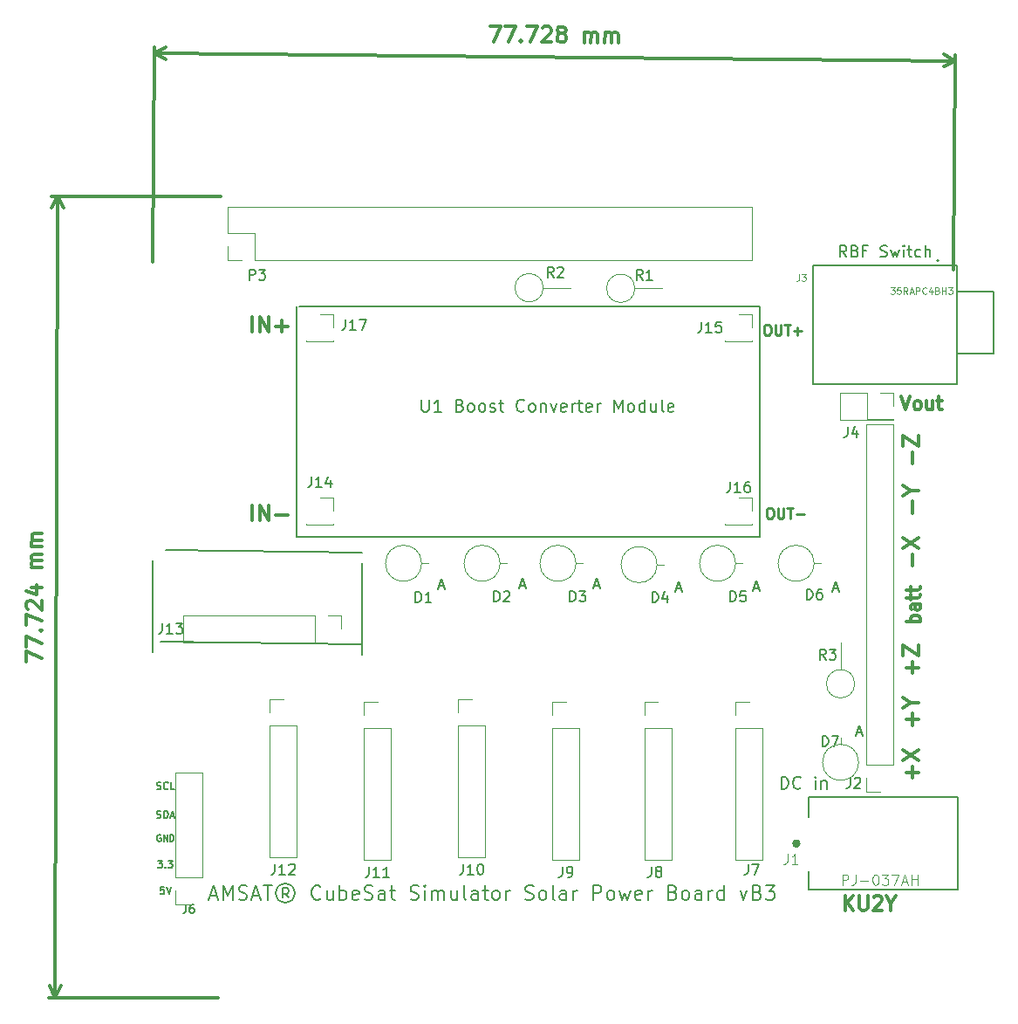
<source format=gto>
G04 #@! TF.GenerationSoftware,KiCad,Pcbnew,(5.0.1)-4*
G04 #@! TF.CreationDate,2019-03-02T10:25:11-05:00*
G04 #@! TF.ProjectId,cubesatsim_solar,6375626573617473696D5F736F6C6172,B2.0*
G04 #@! TF.SameCoordinates,Original*
G04 #@! TF.FileFunction,Legend,Top*
G04 #@! TF.FilePolarity,Positive*
%FSLAX46Y46*%
G04 Gerber Fmt 4.6, Leading zero omitted, Abs format (unit mm)*
G04 Created by KiCad (PCBNEW (5.0.1)-4) date 3/2/2019 10:25:11 AM*
%MOMM*%
%LPD*%
G01*
G04 APERTURE LIST*
%ADD10C,0.200000*%
%ADD11C,0.300000*%
%ADD12C,0.150000*%
%ADD13C,0.250000*%
%ADD14C,0.175000*%
%ADD15C,0.120000*%
%ADD16C,0.127000*%
%ADD17C,0.400000*%
%ADD18C,0.050000*%
G04 APERTURE END LIST*
D10*
X104674000Y-106526000D02*
X104674000Y-115416000D01*
X124994000Y-105764000D02*
X105944000Y-105510000D01*
X124994000Y-115670000D02*
X124994000Y-106780000D01*
X105436000Y-114400000D02*
X124994000Y-114654000D01*
X165720000Y-128658857D02*
X165720000Y-127458857D01*
X166005714Y-127458857D01*
X166177142Y-127516000D01*
X166291428Y-127630285D01*
X166348571Y-127744571D01*
X166405714Y-127973142D01*
X166405714Y-128144571D01*
X166348571Y-128373142D01*
X166291428Y-128487428D01*
X166177142Y-128601714D01*
X166005714Y-128658857D01*
X165720000Y-128658857D01*
X167605714Y-128544571D02*
X167548571Y-128601714D01*
X167377142Y-128658857D01*
X167262857Y-128658857D01*
X167091428Y-128601714D01*
X166977142Y-128487428D01*
X166920000Y-128373142D01*
X166862857Y-128144571D01*
X166862857Y-127973142D01*
X166920000Y-127744571D01*
X166977142Y-127630285D01*
X167091428Y-127516000D01*
X167262857Y-127458857D01*
X167377142Y-127458857D01*
X167548571Y-127516000D01*
X167605714Y-127573142D01*
X169034285Y-128658857D02*
X169034285Y-127858857D01*
X169034285Y-127458857D02*
X168977142Y-127516000D01*
X169034285Y-127573142D01*
X169091428Y-127516000D01*
X169034285Y-127458857D01*
X169034285Y-127573142D01*
X169605714Y-127858857D02*
X169605714Y-128658857D01*
X169605714Y-127973142D02*
X169662857Y-127916000D01*
X169777142Y-127858857D01*
X169948571Y-127858857D01*
X170062857Y-127916000D01*
X170120000Y-128030285D01*
X170120000Y-128658857D01*
X172048761Y-77051619D02*
X171682095Y-76527809D01*
X171420190Y-77051619D02*
X171420190Y-75951619D01*
X171839238Y-75951619D01*
X171944000Y-76004000D01*
X171996380Y-76056380D01*
X172048761Y-76161142D01*
X172048761Y-76318285D01*
X171996380Y-76423047D01*
X171944000Y-76475428D01*
X171839238Y-76527809D01*
X171420190Y-76527809D01*
X172886857Y-76475428D02*
X173044000Y-76527809D01*
X173096380Y-76580190D01*
X173148761Y-76684952D01*
X173148761Y-76842095D01*
X173096380Y-76946857D01*
X173044000Y-76999238D01*
X172939238Y-77051619D01*
X172520190Y-77051619D01*
X172520190Y-75951619D01*
X172886857Y-75951619D01*
X172991619Y-76004000D01*
X173044000Y-76056380D01*
X173096380Y-76161142D01*
X173096380Y-76265904D01*
X173044000Y-76370666D01*
X172991619Y-76423047D01*
X172886857Y-76475428D01*
X172520190Y-76475428D01*
X173986857Y-76475428D02*
X173620190Y-76475428D01*
X173620190Y-77051619D02*
X173620190Y-75951619D01*
X174144000Y-75951619D01*
X175348761Y-76999238D02*
X175505904Y-77051619D01*
X175767809Y-77051619D01*
X175872571Y-76999238D01*
X175924952Y-76946857D01*
X175977333Y-76842095D01*
X175977333Y-76737333D01*
X175924952Y-76632571D01*
X175872571Y-76580190D01*
X175767809Y-76527809D01*
X175558285Y-76475428D01*
X175453523Y-76423047D01*
X175401142Y-76370666D01*
X175348761Y-76265904D01*
X175348761Y-76161142D01*
X175401142Y-76056380D01*
X175453523Y-76004000D01*
X175558285Y-75951619D01*
X175820190Y-75951619D01*
X175977333Y-76004000D01*
X176344000Y-76318285D02*
X176553523Y-77051619D01*
X176763047Y-76527809D01*
X176972571Y-77051619D01*
X177182095Y-76318285D01*
X177601142Y-77051619D02*
X177601142Y-76318285D01*
X177601142Y-75951619D02*
X177548761Y-76004000D01*
X177601142Y-76056380D01*
X177653523Y-76004000D01*
X177601142Y-75951619D01*
X177601142Y-76056380D01*
X177967809Y-76318285D02*
X178386857Y-76318285D01*
X178124952Y-75951619D02*
X178124952Y-76894476D01*
X178177333Y-76999238D01*
X178282095Y-77051619D01*
X178386857Y-77051619D01*
X179224952Y-76999238D02*
X179120190Y-77051619D01*
X178910666Y-77051619D01*
X178805904Y-76999238D01*
X178753523Y-76946857D01*
X178701142Y-76842095D01*
X178701142Y-76527809D01*
X178753523Y-76423047D01*
X178805904Y-76370666D01*
X178910666Y-76318285D01*
X179120190Y-76318285D01*
X179224952Y-76370666D01*
X179696380Y-77051619D02*
X179696380Y-75951619D01*
X180167809Y-77051619D02*
X180167809Y-76475428D01*
X180115428Y-76370666D01*
X180010666Y-76318285D01*
X179853523Y-76318285D01*
X179748761Y-76370666D01*
X179696380Y-76423047D01*
D11*
X114389714Y-102632571D02*
X114389714Y-101132571D01*
X115104000Y-102632571D02*
X115104000Y-101132571D01*
X115961142Y-102632571D01*
X115961142Y-101132571D01*
X116675428Y-102061142D02*
X117818285Y-102061142D01*
D12*
X105486857Y-133150000D02*
X105429714Y-133121428D01*
X105344000Y-133121428D01*
X105258285Y-133150000D01*
X105201142Y-133207142D01*
X105172571Y-133264285D01*
X105144000Y-133378571D01*
X105144000Y-133464285D01*
X105172571Y-133578571D01*
X105201142Y-133635714D01*
X105258285Y-133692857D01*
X105344000Y-133721428D01*
X105401142Y-133721428D01*
X105486857Y-133692857D01*
X105515428Y-133664285D01*
X105515428Y-133464285D01*
X105401142Y-133464285D01*
X105772571Y-133721428D02*
X105772571Y-133121428D01*
X106115428Y-133721428D01*
X106115428Y-133121428D01*
X106401142Y-133721428D02*
X106401142Y-133121428D01*
X106544000Y-133121428D01*
X106629714Y-133150000D01*
X106686857Y-133207142D01*
X106715428Y-133264285D01*
X106744000Y-133378571D01*
X106744000Y-133464285D01*
X106715428Y-133578571D01*
X106686857Y-133635714D01*
X106629714Y-133692857D01*
X106544000Y-133721428D01*
X106401142Y-133721428D01*
D13*
X164268952Y-83626380D02*
X164459428Y-83626380D01*
X164554666Y-83674000D01*
X164649904Y-83769238D01*
X164697523Y-83959714D01*
X164697523Y-84293047D01*
X164649904Y-84483523D01*
X164554666Y-84578761D01*
X164459428Y-84626380D01*
X164268952Y-84626380D01*
X164173714Y-84578761D01*
X164078476Y-84483523D01*
X164030857Y-84293047D01*
X164030857Y-83959714D01*
X164078476Y-83769238D01*
X164173714Y-83674000D01*
X164268952Y-83626380D01*
X165126095Y-83626380D02*
X165126095Y-84435904D01*
X165173714Y-84531142D01*
X165221333Y-84578761D01*
X165316571Y-84626380D01*
X165507047Y-84626380D01*
X165602285Y-84578761D01*
X165649904Y-84531142D01*
X165697523Y-84435904D01*
X165697523Y-83626380D01*
X166030857Y-83626380D02*
X166602285Y-83626380D01*
X166316571Y-84626380D02*
X166316571Y-83626380D01*
X166935619Y-84245428D02*
X167697523Y-84245428D01*
X167316571Y-84626380D02*
X167316571Y-83864476D01*
X164522952Y-101406380D02*
X164713428Y-101406380D01*
X164808666Y-101454000D01*
X164903904Y-101549238D01*
X164951523Y-101739714D01*
X164951523Y-102073047D01*
X164903904Y-102263523D01*
X164808666Y-102358761D01*
X164713428Y-102406380D01*
X164522952Y-102406380D01*
X164427714Y-102358761D01*
X164332476Y-102263523D01*
X164284857Y-102073047D01*
X164284857Y-101739714D01*
X164332476Y-101549238D01*
X164427714Y-101454000D01*
X164522952Y-101406380D01*
X165380095Y-101406380D02*
X165380095Y-102215904D01*
X165427714Y-102311142D01*
X165475333Y-102358761D01*
X165570571Y-102406380D01*
X165761047Y-102406380D01*
X165856285Y-102358761D01*
X165903904Y-102311142D01*
X165951523Y-102215904D01*
X165951523Y-101406380D01*
X166284857Y-101406380D02*
X166856285Y-101406380D01*
X166570571Y-102406380D02*
X166570571Y-101406380D01*
X167189619Y-102025428D02*
X167951523Y-102025428D01*
D11*
X114389714Y-84344571D02*
X114389714Y-82844571D01*
X115104000Y-84344571D02*
X115104000Y-82844571D01*
X115961142Y-84344571D01*
X115961142Y-82844571D01*
X116675428Y-83773142D02*
X117818285Y-83773142D01*
X117246857Y-84344571D02*
X117246857Y-83201714D01*
D12*
X105110666Y-128653333D02*
X105210666Y-128686666D01*
X105377333Y-128686666D01*
X105444000Y-128653333D01*
X105477333Y-128620000D01*
X105510666Y-128553333D01*
X105510666Y-128486666D01*
X105477333Y-128420000D01*
X105444000Y-128386666D01*
X105377333Y-128353333D01*
X105244000Y-128320000D01*
X105177333Y-128286666D01*
X105144000Y-128253333D01*
X105110666Y-128186666D01*
X105110666Y-128120000D01*
X105144000Y-128053333D01*
X105177333Y-128020000D01*
X105244000Y-127986666D01*
X105410666Y-127986666D01*
X105510666Y-128020000D01*
X106210666Y-128620000D02*
X106177333Y-128653333D01*
X106077333Y-128686666D01*
X106010666Y-128686666D01*
X105910666Y-128653333D01*
X105844000Y-128586666D01*
X105810666Y-128520000D01*
X105777333Y-128386666D01*
X105777333Y-128286666D01*
X105810666Y-128153333D01*
X105844000Y-128086666D01*
X105910666Y-128020000D01*
X106010666Y-127986666D01*
X106077333Y-127986666D01*
X106177333Y-128020000D01*
X106210666Y-128053333D01*
X106844000Y-128686666D02*
X106510666Y-128686666D01*
X106510666Y-127986666D01*
X105094000Y-131447333D02*
X105194000Y-131480666D01*
X105360666Y-131480666D01*
X105427333Y-131447333D01*
X105460666Y-131414000D01*
X105494000Y-131347333D01*
X105494000Y-131280666D01*
X105460666Y-131214000D01*
X105427333Y-131180666D01*
X105360666Y-131147333D01*
X105227333Y-131114000D01*
X105160666Y-131080666D01*
X105127333Y-131047333D01*
X105094000Y-130980666D01*
X105094000Y-130914000D01*
X105127333Y-130847333D01*
X105160666Y-130814000D01*
X105227333Y-130780666D01*
X105394000Y-130780666D01*
X105494000Y-130814000D01*
X105794000Y-131480666D02*
X105794000Y-130780666D01*
X105960666Y-130780666D01*
X106060666Y-130814000D01*
X106127333Y-130880666D01*
X106160666Y-130947333D01*
X106194000Y-131080666D01*
X106194000Y-131180666D01*
X106160666Y-131314000D01*
X106127333Y-131380666D01*
X106060666Y-131447333D01*
X105960666Y-131480666D01*
X105794000Y-131480666D01*
X106460666Y-131280666D02*
X106794000Y-131280666D01*
X106394000Y-131480666D02*
X106627333Y-130780666D01*
X106860666Y-131480666D01*
X105210666Y-135606666D02*
X105644000Y-135606666D01*
X105410666Y-135873333D01*
X105510666Y-135873333D01*
X105577333Y-135906666D01*
X105610666Y-135940000D01*
X105644000Y-136006666D01*
X105644000Y-136173333D01*
X105610666Y-136240000D01*
X105577333Y-136273333D01*
X105510666Y-136306666D01*
X105310666Y-136306666D01*
X105244000Y-136273333D01*
X105210666Y-136240000D01*
X105944000Y-136240000D02*
X105977333Y-136273333D01*
X105944000Y-136306666D01*
X105910666Y-136273333D01*
X105944000Y-136240000D01*
X105944000Y-136306666D01*
X106210666Y-135606666D02*
X106644000Y-135606666D01*
X106410666Y-135873333D01*
X106510666Y-135873333D01*
X106577333Y-135906666D01*
X106610666Y-135940000D01*
X106644000Y-136006666D01*
X106644000Y-136173333D01*
X106610666Y-136240000D01*
X106577333Y-136273333D01*
X106510666Y-136306666D01*
X106310666Y-136306666D01*
X106244000Y-136273333D01*
X106210666Y-136240000D01*
D14*
X105810666Y-138146666D02*
X105477333Y-138146666D01*
X105444000Y-138480000D01*
X105477333Y-138446666D01*
X105544000Y-138413333D01*
X105710666Y-138413333D01*
X105777333Y-138446666D01*
X105810666Y-138480000D01*
X105844000Y-138546666D01*
X105844000Y-138713333D01*
X105810666Y-138780000D01*
X105777333Y-138813333D01*
X105710666Y-138846666D01*
X105544000Y-138846666D01*
X105477333Y-138813333D01*
X105444000Y-138780000D01*
X106044000Y-138146666D02*
X106277333Y-138846666D01*
X106510666Y-138146666D01*
D11*
X177369047Y-90574095D02*
X177802380Y-91874095D01*
X178235714Y-90574095D01*
X178854761Y-91874095D02*
X178730952Y-91812190D01*
X178669047Y-91750285D01*
X178607142Y-91626476D01*
X178607142Y-91255047D01*
X178669047Y-91131238D01*
X178730952Y-91069333D01*
X178854761Y-91007428D01*
X179040476Y-91007428D01*
X179164285Y-91069333D01*
X179226190Y-91131238D01*
X179288095Y-91255047D01*
X179288095Y-91626476D01*
X179226190Y-91750285D01*
X179164285Y-91812190D01*
X179040476Y-91874095D01*
X178854761Y-91874095D01*
X180402380Y-91007428D02*
X180402380Y-91874095D01*
X179845238Y-91007428D02*
X179845238Y-91688380D01*
X179907142Y-91812190D01*
X180030952Y-91874095D01*
X180216666Y-91874095D01*
X180340476Y-91812190D01*
X180402380Y-91750285D01*
X180835714Y-91007428D02*
X181330952Y-91007428D01*
X181021428Y-90574095D02*
X181021428Y-91688380D01*
X181083333Y-91812190D01*
X181207142Y-91874095D01*
X181330952Y-91874095D01*
X178441142Y-97143714D02*
X178441142Y-96000857D01*
X177512571Y-95429428D02*
X177512571Y-94429428D01*
X179012571Y-95429428D01*
X179012571Y-94429428D01*
X178441142Y-101898285D02*
X178441142Y-100755428D01*
X178298285Y-99755428D02*
X179012571Y-99755428D01*
X177512571Y-100255428D02*
X178298285Y-99755428D01*
X177512571Y-99255428D01*
X178441142Y-107049714D02*
X178441142Y-105906857D01*
X177512571Y-105335428D02*
X179012571Y-104335428D01*
X177512571Y-104335428D02*
X179012571Y-105335428D01*
X179176095Y-112453523D02*
X177876095Y-112453523D01*
X178371333Y-112453523D02*
X178309428Y-112329714D01*
X178309428Y-112082095D01*
X178371333Y-111958285D01*
X178433238Y-111896380D01*
X178557047Y-111834476D01*
X178928476Y-111834476D01*
X179052285Y-111896380D01*
X179114190Y-111958285D01*
X179176095Y-112082095D01*
X179176095Y-112329714D01*
X179114190Y-112453523D01*
X179176095Y-110720190D02*
X178495142Y-110720190D01*
X178371333Y-110782095D01*
X178309428Y-110905904D01*
X178309428Y-111153523D01*
X178371333Y-111277333D01*
X179114190Y-110720190D02*
X179176095Y-110844000D01*
X179176095Y-111153523D01*
X179114190Y-111277333D01*
X178990380Y-111339238D01*
X178866571Y-111339238D01*
X178742761Y-111277333D01*
X178680857Y-111153523D01*
X178680857Y-110844000D01*
X178618952Y-110720190D01*
X178309428Y-110286857D02*
X178309428Y-109791619D01*
X177876095Y-110101142D02*
X178990380Y-110101142D01*
X179114190Y-110039238D01*
X179176095Y-109915428D01*
X179176095Y-109791619D01*
X178309428Y-109544000D02*
X178309428Y-109048761D01*
X177876095Y-109358285D02*
X178990380Y-109358285D01*
X179114190Y-109296380D01*
X179176095Y-109172571D01*
X179176095Y-109048761D01*
X178441142Y-117463714D02*
X178441142Y-116320857D01*
X179012571Y-116892285D02*
X177869714Y-116892285D01*
X177512571Y-115749428D02*
X177512571Y-114749428D01*
X179012571Y-115749428D01*
X179012571Y-114749428D01*
X178441142Y-122472285D02*
X178441142Y-121329428D01*
X179012571Y-121900857D02*
X177869714Y-121900857D01*
X178298285Y-120329428D02*
X179012571Y-120329428D01*
X177512571Y-120829428D02*
X178298285Y-120329428D01*
X177512571Y-119829428D01*
X178441142Y-127623714D02*
X178441142Y-126480857D01*
X179012571Y-127052285D02*
X177869714Y-127052285D01*
X177512571Y-125909428D02*
X179012571Y-124909428D01*
X177512571Y-124909428D02*
X179012571Y-125909428D01*
X171903333Y-140433333D02*
X171903333Y-139033333D01*
X172703333Y-140433333D02*
X172103333Y-139633333D01*
X172703333Y-139033333D02*
X171903333Y-139833333D01*
X173303333Y-139033333D02*
X173303333Y-140166666D01*
X173370000Y-140300000D01*
X173436666Y-140366666D01*
X173570000Y-140433333D01*
X173836666Y-140433333D01*
X173970000Y-140366666D01*
X174036666Y-140300000D01*
X174103333Y-140166666D01*
X174103333Y-139033333D01*
X174703333Y-139166666D02*
X174770000Y-139100000D01*
X174903333Y-139033333D01*
X175236666Y-139033333D01*
X175370000Y-139100000D01*
X175436666Y-139166666D01*
X175503333Y-139300000D01*
X175503333Y-139433333D01*
X175436666Y-139633333D01*
X174636666Y-140433333D01*
X175503333Y-140433333D01*
X176370000Y-139766666D02*
X176370000Y-140433333D01*
X175903333Y-139033333D02*
X176370000Y-139766666D01*
X176836666Y-139033333D01*
X92446272Y-116306621D02*
X92449540Y-115306626D01*
X93947431Y-115954382D01*
X92450940Y-114878057D02*
X92454208Y-113878062D01*
X93952100Y-114525818D01*
X93813211Y-113311072D02*
X93884873Y-113239877D01*
X93956068Y-113311539D01*
X93884406Y-113382734D01*
X93813211Y-113311072D01*
X93956068Y-113311539D01*
X92457943Y-112735211D02*
X92461211Y-111735217D01*
X93959102Y-112382972D01*
X92605701Y-111235686D02*
X92534507Y-111164025D01*
X92463545Y-111020935D01*
X92464712Y-110663794D01*
X92536608Y-110521171D01*
X92608269Y-110449976D01*
X92751359Y-110379015D01*
X92894215Y-110379482D01*
X93108266Y-110451610D01*
X93962604Y-111311549D01*
X93965638Y-110382983D01*
X92969845Y-109094008D02*
X93969840Y-109097276D01*
X92397253Y-109449281D02*
X93467508Y-109809923D01*
X93470543Y-108881357D01*
X93976142Y-107168714D02*
X92976148Y-107165446D01*
X93119004Y-107165913D02*
X93047809Y-107094252D01*
X92976848Y-106951162D01*
X92977548Y-106736877D01*
X93049443Y-106594254D01*
X93192533Y-106523293D01*
X93978243Y-106525861D01*
X93192533Y-106523293D02*
X93049910Y-106451398D01*
X92978949Y-106308308D01*
X92979649Y-106094024D01*
X93051544Y-105951401D01*
X93194634Y-105880439D01*
X93980344Y-105883007D01*
X93982678Y-105168725D02*
X92982684Y-105165457D01*
X93125540Y-105165924D02*
X93054345Y-105094262D01*
X92983384Y-104951173D01*
X92984084Y-104736888D01*
X93055979Y-104594265D01*
X93199069Y-104523304D01*
X93984779Y-104525871D01*
X93199069Y-104523304D02*
X93056446Y-104451409D01*
X92985485Y-104308319D01*
X92986185Y-104094034D01*
X93058080Y-103951411D01*
X93201170Y-103880450D01*
X93986880Y-103883018D01*
X95515227Y-71168488D02*
X95261227Y-148892488D01*
X111278000Y-71220000D02*
X94928810Y-71166571D01*
X111024000Y-148944000D02*
X94674810Y-148890571D01*
X95261227Y-148892488D02*
X94678491Y-147764074D01*
X95261227Y-148892488D02*
X95851326Y-147767907D01*
X95515227Y-71168488D02*
X94925128Y-72293069D01*
X95515227Y-71168488D02*
X96097963Y-72296902D01*
X137478228Y-54669963D02*
X138478180Y-54679766D01*
X137820649Y-56173392D01*
X138906731Y-54683968D02*
X139906683Y-54693771D01*
X139249151Y-56187397D01*
X140464779Y-56056451D02*
X140535504Y-56128576D01*
X140463379Y-56199301D01*
X140392654Y-56127176D01*
X140464779Y-56056451D01*
X140463379Y-56199301D01*
X141049485Y-54704975D02*
X142049437Y-54714778D01*
X141391906Y-56208404D01*
X142548012Y-54862530D02*
X142620138Y-54791806D01*
X142763688Y-54721781D01*
X143120814Y-54725282D01*
X143262964Y-54798108D01*
X143333689Y-54870233D01*
X143403714Y-55013784D01*
X143402313Y-55156634D01*
X143328787Y-55370209D01*
X142463283Y-56218908D01*
X143391809Y-56228011D01*
X144257314Y-55379312D02*
X144115164Y-55306487D01*
X144044439Y-55234361D01*
X143974415Y-55090811D01*
X143975115Y-55019386D01*
X144047940Y-54877236D01*
X144120066Y-54806511D01*
X144263616Y-54736486D01*
X144549317Y-54739287D01*
X144691467Y-54812113D01*
X144762192Y-54884238D01*
X144832216Y-55027789D01*
X144831516Y-55099214D01*
X144758691Y-55241364D01*
X144686565Y-55312089D01*
X144543015Y-55382113D01*
X144257314Y-55379312D01*
X144113764Y-55449337D01*
X144041638Y-55520062D01*
X143968813Y-55662212D01*
X143966012Y-55947913D01*
X144036036Y-56091463D01*
X144106761Y-56163588D01*
X144248911Y-56236414D01*
X144534612Y-56239215D01*
X144678162Y-56169190D01*
X144750288Y-56098465D01*
X144823113Y-55956315D01*
X144825914Y-55670615D01*
X144755890Y-55527064D01*
X144685165Y-55454939D01*
X144543015Y-55382113D01*
X146605941Y-56259522D02*
X146615744Y-55259570D01*
X146614344Y-55402421D02*
X146686469Y-55331696D01*
X146830020Y-55261671D01*
X147044295Y-55263772D01*
X147186445Y-55336597D01*
X147256470Y-55480148D01*
X147248767Y-56265824D01*
X147256470Y-55480148D02*
X147329295Y-55337998D01*
X147472846Y-55267973D01*
X147687121Y-55270074D01*
X147829271Y-55342900D01*
X147899296Y-55486450D01*
X147891593Y-56272127D01*
X148605845Y-56279129D02*
X148615648Y-55279177D01*
X148614248Y-55422027D02*
X148686373Y-55351303D01*
X148829923Y-55281278D01*
X149044199Y-55283379D01*
X149186349Y-55356204D01*
X149256374Y-55499755D01*
X149248671Y-56285431D01*
X149256374Y-55499755D02*
X149329199Y-55357605D01*
X149472750Y-55287580D01*
X149687025Y-55289681D01*
X149829175Y-55362506D01*
X149899200Y-55506057D01*
X149891497Y-56291734D01*
X104873001Y-57271873D02*
X182597001Y-58033873D01*
X104674000Y-77570000D02*
X104878750Y-56685481D01*
X182398000Y-78332000D02*
X182602750Y-57447481D01*
X182597001Y-58033873D02*
X181464802Y-58609222D01*
X182597001Y-58033873D02*
X181476300Y-57436437D01*
X104873001Y-57271873D02*
X105993702Y-57869309D01*
X104873001Y-57271873D02*
X106005200Y-56696524D01*
D10*
X110268666Y-139017333D02*
X110935333Y-139017333D01*
X110135333Y-139417333D02*
X110602000Y-138017333D01*
X111068666Y-139417333D01*
X111535333Y-139417333D02*
X111535333Y-138017333D01*
X112002000Y-139017333D01*
X112468666Y-138017333D01*
X112468666Y-139417333D01*
X113068666Y-139350666D02*
X113268666Y-139417333D01*
X113602000Y-139417333D01*
X113735333Y-139350666D01*
X113802000Y-139284000D01*
X113868666Y-139150666D01*
X113868666Y-139017333D01*
X113802000Y-138884000D01*
X113735333Y-138817333D01*
X113602000Y-138750666D01*
X113335333Y-138684000D01*
X113202000Y-138617333D01*
X113135333Y-138550666D01*
X113068666Y-138417333D01*
X113068666Y-138284000D01*
X113135333Y-138150666D01*
X113202000Y-138084000D01*
X113335333Y-138017333D01*
X113668666Y-138017333D01*
X113868666Y-138084000D01*
X114402000Y-139017333D02*
X115068666Y-139017333D01*
X114268666Y-139417333D02*
X114735333Y-138017333D01*
X115202000Y-139417333D01*
X115468666Y-138017333D02*
X116268666Y-138017333D01*
X115868666Y-139417333D02*
X115868666Y-138017333D01*
X117935333Y-139217333D02*
X117602000Y-138817333D01*
X117335333Y-139217333D02*
X117335333Y-138284000D01*
X117735333Y-138284000D01*
X117868666Y-138350666D01*
X117935333Y-138484000D01*
X117935333Y-138617333D01*
X117868666Y-138750666D01*
X117735333Y-138817333D01*
X117335333Y-138817333D01*
X117602000Y-137817333D02*
X117268666Y-137884000D01*
X116935333Y-138084000D01*
X116735333Y-138417333D01*
X116668666Y-138750666D01*
X116735333Y-139084000D01*
X116935333Y-139417333D01*
X117268666Y-139617333D01*
X117602000Y-139684000D01*
X117935333Y-139617333D01*
X118268666Y-139417333D01*
X118468666Y-139084000D01*
X118535333Y-138750666D01*
X118468666Y-138417333D01*
X118268666Y-138084000D01*
X117935333Y-137884000D01*
X117602000Y-137817333D01*
X121002000Y-139284000D02*
X120935333Y-139350666D01*
X120735333Y-139417333D01*
X120602000Y-139417333D01*
X120402000Y-139350666D01*
X120268666Y-139217333D01*
X120202000Y-139084000D01*
X120135333Y-138817333D01*
X120135333Y-138617333D01*
X120202000Y-138350666D01*
X120268666Y-138217333D01*
X120402000Y-138084000D01*
X120602000Y-138017333D01*
X120735333Y-138017333D01*
X120935333Y-138084000D01*
X121002000Y-138150666D01*
X122202000Y-138484000D02*
X122202000Y-139417333D01*
X121602000Y-138484000D02*
X121602000Y-139217333D01*
X121668666Y-139350666D01*
X121802000Y-139417333D01*
X122002000Y-139417333D01*
X122135333Y-139350666D01*
X122202000Y-139284000D01*
X122868666Y-139417333D02*
X122868666Y-138017333D01*
X122868666Y-138550666D02*
X123002000Y-138484000D01*
X123268666Y-138484000D01*
X123402000Y-138550666D01*
X123468666Y-138617333D01*
X123535333Y-138750666D01*
X123535333Y-139150666D01*
X123468666Y-139284000D01*
X123402000Y-139350666D01*
X123268666Y-139417333D01*
X123002000Y-139417333D01*
X122868666Y-139350666D01*
X124668666Y-139350666D02*
X124535333Y-139417333D01*
X124268666Y-139417333D01*
X124135333Y-139350666D01*
X124068666Y-139217333D01*
X124068666Y-138684000D01*
X124135333Y-138550666D01*
X124268666Y-138484000D01*
X124535333Y-138484000D01*
X124668666Y-138550666D01*
X124735333Y-138684000D01*
X124735333Y-138817333D01*
X124068666Y-138950666D01*
X125268666Y-139350666D02*
X125468666Y-139417333D01*
X125802000Y-139417333D01*
X125935333Y-139350666D01*
X126002000Y-139284000D01*
X126068666Y-139150666D01*
X126068666Y-139017333D01*
X126002000Y-138884000D01*
X125935333Y-138817333D01*
X125802000Y-138750666D01*
X125535333Y-138684000D01*
X125402000Y-138617333D01*
X125335333Y-138550666D01*
X125268666Y-138417333D01*
X125268666Y-138284000D01*
X125335333Y-138150666D01*
X125402000Y-138084000D01*
X125535333Y-138017333D01*
X125868666Y-138017333D01*
X126068666Y-138084000D01*
X127268666Y-139417333D02*
X127268666Y-138684000D01*
X127202000Y-138550666D01*
X127068666Y-138484000D01*
X126802000Y-138484000D01*
X126668666Y-138550666D01*
X127268666Y-139350666D02*
X127135333Y-139417333D01*
X126802000Y-139417333D01*
X126668666Y-139350666D01*
X126602000Y-139217333D01*
X126602000Y-139084000D01*
X126668666Y-138950666D01*
X126802000Y-138884000D01*
X127135333Y-138884000D01*
X127268666Y-138817333D01*
X127735333Y-138484000D02*
X128268666Y-138484000D01*
X127935333Y-138017333D02*
X127935333Y-139217333D01*
X128002000Y-139350666D01*
X128135333Y-139417333D01*
X128268666Y-139417333D01*
X129735333Y-139350666D02*
X129935333Y-139417333D01*
X130268666Y-139417333D01*
X130402000Y-139350666D01*
X130468666Y-139284000D01*
X130535333Y-139150666D01*
X130535333Y-139017333D01*
X130468666Y-138884000D01*
X130402000Y-138817333D01*
X130268666Y-138750666D01*
X130002000Y-138684000D01*
X129868666Y-138617333D01*
X129802000Y-138550666D01*
X129735333Y-138417333D01*
X129735333Y-138284000D01*
X129802000Y-138150666D01*
X129868666Y-138084000D01*
X130002000Y-138017333D01*
X130335333Y-138017333D01*
X130535333Y-138084000D01*
X131135333Y-139417333D02*
X131135333Y-138484000D01*
X131135333Y-138017333D02*
X131068666Y-138084000D01*
X131135333Y-138150666D01*
X131202000Y-138084000D01*
X131135333Y-138017333D01*
X131135333Y-138150666D01*
X131802000Y-139417333D02*
X131802000Y-138484000D01*
X131802000Y-138617333D02*
X131868666Y-138550666D01*
X132002000Y-138484000D01*
X132202000Y-138484000D01*
X132335333Y-138550666D01*
X132402000Y-138684000D01*
X132402000Y-139417333D01*
X132402000Y-138684000D02*
X132468666Y-138550666D01*
X132602000Y-138484000D01*
X132802000Y-138484000D01*
X132935333Y-138550666D01*
X133002000Y-138684000D01*
X133002000Y-139417333D01*
X134268666Y-138484000D02*
X134268666Y-139417333D01*
X133668666Y-138484000D02*
X133668666Y-139217333D01*
X133735333Y-139350666D01*
X133868666Y-139417333D01*
X134068666Y-139417333D01*
X134202000Y-139350666D01*
X134268666Y-139284000D01*
X135135333Y-139417333D02*
X135002000Y-139350666D01*
X134935333Y-139217333D01*
X134935333Y-138017333D01*
X136268666Y-139417333D02*
X136268666Y-138684000D01*
X136202000Y-138550666D01*
X136068666Y-138484000D01*
X135802000Y-138484000D01*
X135668666Y-138550666D01*
X136268666Y-139350666D02*
X136135333Y-139417333D01*
X135802000Y-139417333D01*
X135668666Y-139350666D01*
X135602000Y-139217333D01*
X135602000Y-139084000D01*
X135668666Y-138950666D01*
X135802000Y-138884000D01*
X136135333Y-138884000D01*
X136268666Y-138817333D01*
X136735333Y-138484000D02*
X137268666Y-138484000D01*
X136935333Y-138017333D02*
X136935333Y-139217333D01*
X137002000Y-139350666D01*
X137135333Y-139417333D01*
X137268666Y-139417333D01*
X137935333Y-139417333D02*
X137802000Y-139350666D01*
X137735333Y-139284000D01*
X137668666Y-139150666D01*
X137668666Y-138750666D01*
X137735333Y-138617333D01*
X137802000Y-138550666D01*
X137935333Y-138484000D01*
X138135333Y-138484000D01*
X138268666Y-138550666D01*
X138335333Y-138617333D01*
X138402000Y-138750666D01*
X138402000Y-139150666D01*
X138335333Y-139284000D01*
X138268666Y-139350666D01*
X138135333Y-139417333D01*
X137935333Y-139417333D01*
X139002000Y-139417333D02*
X139002000Y-138484000D01*
X139002000Y-138750666D02*
X139068666Y-138617333D01*
X139135333Y-138550666D01*
X139268666Y-138484000D01*
X139402000Y-138484000D01*
X140868666Y-139350666D02*
X141068666Y-139417333D01*
X141402000Y-139417333D01*
X141535333Y-139350666D01*
X141602000Y-139284000D01*
X141668666Y-139150666D01*
X141668666Y-139017333D01*
X141602000Y-138884000D01*
X141535333Y-138817333D01*
X141402000Y-138750666D01*
X141135333Y-138684000D01*
X141002000Y-138617333D01*
X140935333Y-138550666D01*
X140868666Y-138417333D01*
X140868666Y-138284000D01*
X140935333Y-138150666D01*
X141002000Y-138084000D01*
X141135333Y-138017333D01*
X141468666Y-138017333D01*
X141668666Y-138084000D01*
X142468666Y-139417333D02*
X142335333Y-139350666D01*
X142268666Y-139284000D01*
X142202000Y-139150666D01*
X142202000Y-138750666D01*
X142268666Y-138617333D01*
X142335333Y-138550666D01*
X142468666Y-138484000D01*
X142668666Y-138484000D01*
X142802000Y-138550666D01*
X142868666Y-138617333D01*
X142935333Y-138750666D01*
X142935333Y-139150666D01*
X142868666Y-139284000D01*
X142802000Y-139350666D01*
X142668666Y-139417333D01*
X142468666Y-139417333D01*
X143735333Y-139417333D02*
X143602000Y-139350666D01*
X143535333Y-139217333D01*
X143535333Y-138017333D01*
X144868666Y-139417333D02*
X144868666Y-138684000D01*
X144802000Y-138550666D01*
X144668666Y-138484000D01*
X144402000Y-138484000D01*
X144268666Y-138550666D01*
X144868666Y-139350666D02*
X144735333Y-139417333D01*
X144402000Y-139417333D01*
X144268666Y-139350666D01*
X144202000Y-139217333D01*
X144202000Y-139084000D01*
X144268666Y-138950666D01*
X144402000Y-138884000D01*
X144735333Y-138884000D01*
X144868666Y-138817333D01*
X145535333Y-139417333D02*
X145535333Y-138484000D01*
X145535333Y-138750666D02*
X145602000Y-138617333D01*
X145668666Y-138550666D01*
X145802000Y-138484000D01*
X145935333Y-138484000D01*
X147468666Y-139417333D02*
X147468666Y-138017333D01*
X148002000Y-138017333D01*
X148135333Y-138084000D01*
X148202000Y-138150666D01*
X148268666Y-138284000D01*
X148268666Y-138484000D01*
X148202000Y-138617333D01*
X148135333Y-138684000D01*
X148002000Y-138750666D01*
X147468666Y-138750666D01*
X149068666Y-139417333D02*
X148935333Y-139350666D01*
X148868666Y-139284000D01*
X148802000Y-139150666D01*
X148802000Y-138750666D01*
X148868666Y-138617333D01*
X148935333Y-138550666D01*
X149068666Y-138484000D01*
X149268666Y-138484000D01*
X149402000Y-138550666D01*
X149468666Y-138617333D01*
X149535333Y-138750666D01*
X149535333Y-139150666D01*
X149468666Y-139284000D01*
X149402000Y-139350666D01*
X149268666Y-139417333D01*
X149068666Y-139417333D01*
X150002000Y-138484000D02*
X150268666Y-139417333D01*
X150535333Y-138750666D01*
X150802000Y-139417333D01*
X151068666Y-138484000D01*
X152135333Y-139350666D02*
X152002000Y-139417333D01*
X151735333Y-139417333D01*
X151602000Y-139350666D01*
X151535333Y-139217333D01*
X151535333Y-138684000D01*
X151602000Y-138550666D01*
X151735333Y-138484000D01*
X152002000Y-138484000D01*
X152135333Y-138550666D01*
X152202000Y-138684000D01*
X152202000Y-138817333D01*
X151535333Y-138950666D01*
X152802000Y-139417333D02*
X152802000Y-138484000D01*
X152802000Y-138750666D02*
X152868666Y-138617333D01*
X152935333Y-138550666D01*
X153068666Y-138484000D01*
X153202000Y-138484000D01*
X155202000Y-138684000D02*
X155402000Y-138750666D01*
X155468666Y-138817333D01*
X155535333Y-138950666D01*
X155535333Y-139150666D01*
X155468666Y-139284000D01*
X155402000Y-139350666D01*
X155268666Y-139417333D01*
X154735333Y-139417333D01*
X154735333Y-138017333D01*
X155202000Y-138017333D01*
X155335333Y-138084000D01*
X155402000Y-138150666D01*
X155468666Y-138284000D01*
X155468666Y-138417333D01*
X155402000Y-138550666D01*
X155335333Y-138617333D01*
X155202000Y-138684000D01*
X154735333Y-138684000D01*
X156335333Y-139417333D02*
X156202000Y-139350666D01*
X156135333Y-139284000D01*
X156068666Y-139150666D01*
X156068666Y-138750666D01*
X156135333Y-138617333D01*
X156202000Y-138550666D01*
X156335333Y-138484000D01*
X156535333Y-138484000D01*
X156668666Y-138550666D01*
X156735333Y-138617333D01*
X156802000Y-138750666D01*
X156802000Y-139150666D01*
X156735333Y-139284000D01*
X156668666Y-139350666D01*
X156535333Y-139417333D01*
X156335333Y-139417333D01*
X158002000Y-139417333D02*
X158002000Y-138684000D01*
X157935333Y-138550666D01*
X157802000Y-138484000D01*
X157535333Y-138484000D01*
X157402000Y-138550666D01*
X158002000Y-139350666D02*
X157868666Y-139417333D01*
X157535333Y-139417333D01*
X157402000Y-139350666D01*
X157335333Y-139217333D01*
X157335333Y-139084000D01*
X157402000Y-138950666D01*
X157535333Y-138884000D01*
X157868666Y-138884000D01*
X158002000Y-138817333D01*
X158668666Y-139417333D02*
X158668666Y-138484000D01*
X158668666Y-138750666D02*
X158735333Y-138617333D01*
X158802000Y-138550666D01*
X158935333Y-138484000D01*
X159068666Y-138484000D01*
X160135333Y-139417333D02*
X160135333Y-138017333D01*
X160135333Y-139350666D02*
X160002000Y-139417333D01*
X159735333Y-139417333D01*
X159602000Y-139350666D01*
X159535333Y-139284000D01*
X159468666Y-139150666D01*
X159468666Y-138750666D01*
X159535333Y-138617333D01*
X159602000Y-138550666D01*
X159735333Y-138484000D01*
X160002000Y-138484000D01*
X160135333Y-138550666D01*
X161735333Y-138484000D02*
X162068666Y-139417333D01*
X162401999Y-138484000D01*
X163401999Y-138684000D02*
X163601999Y-138750666D01*
X163668666Y-138817333D01*
X163735333Y-138950666D01*
X163735333Y-139150666D01*
X163668666Y-139284000D01*
X163601999Y-139350666D01*
X163468666Y-139417333D01*
X162935333Y-139417333D01*
X162935333Y-138017333D01*
X163401999Y-138017333D01*
X163535333Y-138084000D01*
X163601999Y-138150666D01*
X163668666Y-138284000D01*
X163668666Y-138417333D01*
X163601999Y-138550666D01*
X163535333Y-138617333D01*
X163401999Y-138684000D01*
X162935333Y-138684000D01*
X164201999Y-138017333D02*
X165068666Y-138017333D01*
X164601999Y-138550666D01*
X164801999Y-138550666D01*
X164935333Y-138617333D01*
X165001999Y-138684000D01*
X165068666Y-138817333D01*
X165068666Y-139150666D01*
X165001999Y-139284000D01*
X164935333Y-139350666D01*
X164801999Y-139417333D01*
X164401999Y-139417333D01*
X164268666Y-139350666D01*
X164201999Y-139284000D01*
X130828000Y-90882857D02*
X130828000Y-91854285D01*
X130885142Y-91968571D01*
X130942285Y-92025714D01*
X131056571Y-92082857D01*
X131285142Y-92082857D01*
X131399428Y-92025714D01*
X131456571Y-91968571D01*
X131513714Y-91854285D01*
X131513714Y-90882857D01*
X132713714Y-92082857D02*
X132028000Y-92082857D01*
X132370857Y-92082857D02*
X132370857Y-90882857D01*
X132256571Y-91054285D01*
X132142285Y-91168571D01*
X132028000Y-91225714D01*
X134542285Y-91454285D02*
X134713714Y-91511428D01*
X134770857Y-91568571D01*
X134828000Y-91682857D01*
X134828000Y-91854285D01*
X134770857Y-91968571D01*
X134713714Y-92025714D01*
X134599428Y-92082857D01*
X134142285Y-92082857D01*
X134142285Y-90882857D01*
X134542285Y-90882857D01*
X134656571Y-90940000D01*
X134713714Y-90997142D01*
X134770857Y-91111428D01*
X134770857Y-91225714D01*
X134713714Y-91340000D01*
X134656571Y-91397142D01*
X134542285Y-91454285D01*
X134142285Y-91454285D01*
X135513714Y-92082857D02*
X135399428Y-92025714D01*
X135342285Y-91968571D01*
X135285142Y-91854285D01*
X135285142Y-91511428D01*
X135342285Y-91397142D01*
X135399428Y-91340000D01*
X135513714Y-91282857D01*
X135685142Y-91282857D01*
X135799428Y-91340000D01*
X135856571Y-91397142D01*
X135913714Y-91511428D01*
X135913714Y-91854285D01*
X135856571Y-91968571D01*
X135799428Y-92025714D01*
X135685142Y-92082857D01*
X135513714Y-92082857D01*
X136599428Y-92082857D02*
X136485142Y-92025714D01*
X136428000Y-91968571D01*
X136370857Y-91854285D01*
X136370857Y-91511428D01*
X136428000Y-91397142D01*
X136485142Y-91340000D01*
X136599428Y-91282857D01*
X136770857Y-91282857D01*
X136885142Y-91340000D01*
X136942285Y-91397142D01*
X136999428Y-91511428D01*
X136999428Y-91854285D01*
X136942285Y-91968571D01*
X136885142Y-92025714D01*
X136770857Y-92082857D01*
X136599428Y-92082857D01*
X137456571Y-92025714D02*
X137570857Y-92082857D01*
X137799428Y-92082857D01*
X137913714Y-92025714D01*
X137970857Y-91911428D01*
X137970857Y-91854285D01*
X137913714Y-91740000D01*
X137799428Y-91682857D01*
X137628000Y-91682857D01*
X137513714Y-91625714D01*
X137456571Y-91511428D01*
X137456571Y-91454285D01*
X137513714Y-91340000D01*
X137628000Y-91282857D01*
X137799428Y-91282857D01*
X137913714Y-91340000D01*
X138313714Y-91282857D02*
X138770857Y-91282857D01*
X138485142Y-90882857D02*
X138485142Y-91911428D01*
X138542285Y-92025714D01*
X138656571Y-92082857D01*
X138770857Y-92082857D01*
X140770857Y-91968571D02*
X140713714Y-92025714D01*
X140542285Y-92082857D01*
X140428000Y-92082857D01*
X140256571Y-92025714D01*
X140142285Y-91911428D01*
X140085142Y-91797142D01*
X140028000Y-91568571D01*
X140028000Y-91397142D01*
X140085142Y-91168571D01*
X140142285Y-91054285D01*
X140256571Y-90940000D01*
X140428000Y-90882857D01*
X140542285Y-90882857D01*
X140713714Y-90940000D01*
X140770857Y-90997142D01*
X141456571Y-92082857D02*
X141342285Y-92025714D01*
X141285142Y-91968571D01*
X141228000Y-91854285D01*
X141228000Y-91511428D01*
X141285142Y-91397142D01*
X141342285Y-91340000D01*
X141456571Y-91282857D01*
X141628000Y-91282857D01*
X141742285Y-91340000D01*
X141799428Y-91397142D01*
X141856571Y-91511428D01*
X141856571Y-91854285D01*
X141799428Y-91968571D01*
X141742285Y-92025714D01*
X141628000Y-92082857D01*
X141456571Y-92082857D01*
X142370857Y-91282857D02*
X142370857Y-92082857D01*
X142370857Y-91397142D02*
X142428000Y-91340000D01*
X142542285Y-91282857D01*
X142713714Y-91282857D01*
X142828000Y-91340000D01*
X142885142Y-91454285D01*
X142885142Y-92082857D01*
X143342285Y-91282857D02*
X143628000Y-92082857D01*
X143913714Y-91282857D01*
X144828000Y-92025714D02*
X144713714Y-92082857D01*
X144485142Y-92082857D01*
X144370857Y-92025714D01*
X144313714Y-91911428D01*
X144313714Y-91454285D01*
X144370857Y-91340000D01*
X144485142Y-91282857D01*
X144713714Y-91282857D01*
X144828000Y-91340000D01*
X144885142Y-91454285D01*
X144885142Y-91568571D01*
X144313714Y-91682857D01*
X145399428Y-92082857D02*
X145399428Y-91282857D01*
X145399428Y-91511428D02*
X145456571Y-91397142D01*
X145513714Y-91340000D01*
X145628000Y-91282857D01*
X145742285Y-91282857D01*
X145970857Y-91282857D02*
X146428000Y-91282857D01*
X146142285Y-90882857D02*
X146142285Y-91911428D01*
X146199428Y-92025714D01*
X146313714Y-92082857D01*
X146428000Y-92082857D01*
X147285142Y-92025714D02*
X147170857Y-92082857D01*
X146942285Y-92082857D01*
X146828000Y-92025714D01*
X146770857Y-91911428D01*
X146770857Y-91454285D01*
X146828000Y-91340000D01*
X146942285Y-91282857D01*
X147170857Y-91282857D01*
X147285142Y-91340000D01*
X147342285Y-91454285D01*
X147342285Y-91568571D01*
X146770857Y-91682857D01*
X147856571Y-92082857D02*
X147856571Y-91282857D01*
X147856571Y-91511428D02*
X147913714Y-91397142D01*
X147970857Y-91340000D01*
X148085142Y-91282857D01*
X148199428Y-91282857D01*
X149513714Y-92082857D02*
X149513714Y-90882857D01*
X149913714Y-91740000D01*
X150313714Y-90882857D01*
X150313714Y-92082857D01*
X151056571Y-92082857D02*
X150942285Y-92025714D01*
X150885142Y-91968571D01*
X150828000Y-91854285D01*
X150828000Y-91511428D01*
X150885142Y-91397142D01*
X150942285Y-91340000D01*
X151056571Y-91282857D01*
X151228000Y-91282857D01*
X151342285Y-91340000D01*
X151399428Y-91397142D01*
X151456571Y-91511428D01*
X151456571Y-91854285D01*
X151399428Y-91968571D01*
X151342285Y-92025714D01*
X151228000Y-92082857D01*
X151056571Y-92082857D01*
X152485142Y-92082857D02*
X152485142Y-90882857D01*
X152485142Y-92025714D02*
X152370857Y-92082857D01*
X152142285Y-92082857D01*
X152028000Y-92025714D01*
X151970857Y-91968571D01*
X151913714Y-91854285D01*
X151913714Y-91511428D01*
X151970857Y-91397142D01*
X152028000Y-91340000D01*
X152142285Y-91282857D01*
X152370857Y-91282857D01*
X152485142Y-91340000D01*
X153570857Y-91282857D02*
X153570857Y-92082857D01*
X153056571Y-91282857D02*
X153056571Y-91911428D01*
X153113714Y-92025714D01*
X153228000Y-92082857D01*
X153399428Y-92082857D01*
X153513714Y-92025714D01*
X153570857Y-91968571D01*
X154313714Y-92082857D02*
X154199428Y-92025714D01*
X154142285Y-91911428D01*
X154142285Y-90882857D01*
X155228000Y-92025714D02*
X155113714Y-92082857D01*
X154885142Y-92082857D01*
X154770857Y-92025714D01*
X154713714Y-91911428D01*
X154713714Y-91454285D01*
X154770857Y-91340000D01*
X154885142Y-91282857D01*
X155113714Y-91282857D01*
X155228000Y-91340000D01*
X155285142Y-91454285D01*
X155285142Y-91568571D01*
X154713714Y-91682857D01*
X118644000Y-104240000D02*
X118644000Y-81888000D01*
X163602000Y-104240000D02*
X118644000Y-104240000D01*
X163602000Y-81888000D02*
X163602000Y-104240000D01*
X118898000Y-81888000D02*
X163602000Y-81888000D01*
D15*
G04 #@! TO.C,D7*
X173226635Y-126084000D02*
G75*
G03X173226635Y-126084000I-1750635J0D01*
G01*
X171476000Y-124333365D02*
X171476000Y-123674000D01*
G04 #@! TO.C,R3*
X172846000Y-118464000D02*
G75*
G03X172846000Y-118464000I-1370000J0D01*
G01*
X171476000Y-117094000D02*
X171476000Y-114484000D01*
G04 #@! TO.C,J13*
X107662000Y-111800000D02*
X107662000Y-114460000D01*
X120422000Y-111800000D02*
X107662000Y-111800000D01*
X120422000Y-114460000D02*
X107662000Y-114460000D01*
X120422000Y-111800000D02*
X120422000Y-114460000D01*
X121692000Y-111800000D02*
X123022000Y-111800000D01*
X123022000Y-111800000D02*
X123022000Y-113130000D01*
G04 #@! TO.C,J17*
X119600000Y-85250000D02*
X122260000Y-85250000D01*
X119600000Y-85130000D02*
X119600000Y-85250000D01*
X122260000Y-85130000D02*
X122260000Y-85250000D01*
X122260000Y-82590000D02*
X122260000Y-83920000D01*
X120930000Y-82590000D02*
X122260000Y-82590000D01*
G04 #@! TO.C,J2*
X176616000Y-126338000D02*
X173956000Y-126338000D01*
X176616000Y-126338000D02*
X176616000Y-93258000D01*
X176616000Y-93258000D02*
X173956000Y-93258000D01*
X173956000Y-126338000D02*
X173956000Y-93258000D01*
X173956000Y-128938000D02*
X173956000Y-127608000D01*
X175286000Y-128938000D02*
X173956000Y-128938000D01*
D16*
G04 #@! TO.C,J1*
X182890000Y-129458000D02*
X182890000Y-138458000D01*
X182890000Y-138458000D02*
X168390000Y-138458000D01*
X168390000Y-138458000D02*
X168390000Y-136608000D01*
X168390000Y-129458000D02*
X182890000Y-129458000D01*
X168390000Y-131408000D02*
X168390000Y-129458000D01*
D17*
X167390000Y-133958000D02*
G75*
G03X167390000Y-133958000I-200000J0D01*
G01*
D16*
G04 #@! TO.C,J3*
X182794000Y-89416000D02*
X168794000Y-89416000D01*
X168794000Y-89416000D02*
X168794000Y-77916000D01*
X168794000Y-77916000D02*
X182794000Y-77916000D01*
X182794000Y-77916000D02*
X182794000Y-80416000D01*
X182794000Y-80416000D02*
X182794000Y-86416000D01*
X182794000Y-86416000D02*
X182794000Y-89416000D01*
D10*
X180994000Y-77416000D02*
G75*
G03X180994000Y-77416000I-100000J0D01*
G01*
D16*
X182794000Y-86416000D02*
X186294000Y-86416000D01*
X186294000Y-86416000D02*
X186294000Y-80416000D01*
X186294000Y-80416000D02*
X182794000Y-80416000D01*
D15*
G04 #@! TO.C,D6*
X168908635Y-106780000D02*
G75*
G03X168908635Y-106780000I-1750635J0D01*
G01*
X168908635Y-106780000D02*
X169568000Y-106780000D01*
G04 #@! TO.C,P3*
X162900000Y-77376000D02*
X162900000Y-72176000D01*
X114580000Y-77376000D02*
X162900000Y-77376000D01*
X111980000Y-72176000D02*
X162900000Y-72176000D01*
X114580000Y-77376000D02*
X114580000Y-74776000D01*
X114580000Y-74776000D02*
X111980000Y-74776000D01*
X111980000Y-74776000D02*
X111980000Y-72176000D01*
X113310000Y-77376000D02*
X111980000Y-77376000D01*
X111980000Y-77376000D02*
X111980000Y-76046000D01*
G04 #@! TO.C,J14*
X119600000Y-103030000D02*
X122260000Y-103030000D01*
X119600000Y-102910000D02*
X119600000Y-103030000D01*
X122260000Y-102910000D02*
X122260000Y-103030000D01*
X122260000Y-100370000D02*
X122260000Y-101700000D01*
X120930000Y-100370000D02*
X122260000Y-100370000D01*
G04 #@! TO.C,J15*
X161570000Y-82590000D02*
X162900000Y-82590000D01*
X162900000Y-82590000D02*
X162900000Y-83920000D01*
X162900000Y-85130000D02*
X162900000Y-85250000D01*
X160240000Y-85130000D02*
X160240000Y-85250000D01*
X160240000Y-85250000D02*
X162900000Y-85250000D01*
G04 #@! TO.C,J16*
X160240000Y-103030000D02*
X162900000Y-103030000D01*
X160240000Y-102910000D02*
X160240000Y-103030000D01*
X162900000Y-102910000D02*
X162900000Y-103030000D01*
X162900000Y-100370000D02*
X162900000Y-101700000D01*
X161570000Y-100370000D02*
X162900000Y-100370000D01*
G04 #@! TO.C,J4*
X171416000Y-90210000D02*
X174016000Y-90210000D01*
X171416000Y-90210000D02*
X171416000Y-92870000D01*
X171416000Y-92870000D02*
X176616000Y-92870000D01*
X176616000Y-92810000D02*
X176616000Y-92870000D01*
X174016000Y-92810000D02*
X176616000Y-92810000D01*
X174016000Y-90210000D02*
X174016000Y-92810000D01*
X176616000Y-90210000D02*
X176616000Y-91540000D01*
X175286000Y-90210000D02*
X176616000Y-90210000D01*
G04 #@! TO.C,J11*
X125188000Y-135542000D02*
X127848000Y-135542000D01*
X125188000Y-122782000D02*
X125188000Y-135542000D01*
X127848000Y-122782000D02*
X127848000Y-135542000D01*
X125188000Y-122782000D02*
X127848000Y-122782000D01*
X125188000Y-121512000D02*
X125188000Y-120182000D01*
X125188000Y-120182000D02*
X126518000Y-120182000D01*
G04 #@! TO.C,J6*
X109560000Y-137260000D02*
X106900000Y-137260000D01*
X109560000Y-137260000D02*
X109560000Y-127040000D01*
X109560000Y-127040000D02*
X106900000Y-127040000D01*
X106900000Y-137260000D02*
X106900000Y-127040000D01*
X106900000Y-139860000D02*
X106900000Y-138530000D01*
X108230000Y-139860000D02*
X106900000Y-139860000D01*
G04 #@! TO.C,R1*
X151510000Y-80110000D02*
X154120000Y-80110000D01*
X151510000Y-80110000D02*
G75*
G03X151510000Y-80110000I-1370000J0D01*
G01*
G04 #@! TO.C,R2*
X142620000Y-80046500D02*
G75*
G03X142620000Y-80046500I-1370000J0D01*
G01*
X142620000Y-80046500D02*
X145230000Y-80046500D01*
G04 #@! TO.C,J10*
X134332000Y-135288000D02*
X136992000Y-135288000D01*
X134332000Y-122528000D02*
X134332000Y-135288000D01*
X136992000Y-122528000D02*
X136992000Y-135288000D01*
X134332000Y-122528000D02*
X136992000Y-122528000D01*
X134332000Y-121258000D02*
X134332000Y-119928000D01*
X134332000Y-119928000D02*
X135662000Y-119928000D01*
G04 #@! TO.C,J12*
X116044000Y-119928000D02*
X117374000Y-119928000D01*
X116044000Y-121258000D02*
X116044000Y-119928000D01*
X116044000Y-122528000D02*
X118704000Y-122528000D01*
X118704000Y-122528000D02*
X118704000Y-135288000D01*
X116044000Y-122528000D02*
X116044000Y-135288000D01*
X116044000Y-135288000D02*
X118704000Y-135288000D01*
G04 #@! TO.C,J8*
X152429500Y-135542000D02*
X155089500Y-135542000D01*
X152429500Y-122782000D02*
X152429500Y-135542000D01*
X155089500Y-122782000D02*
X155089500Y-135542000D01*
X152429500Y-122782000D02*
X155089500Y-122782000D01*
X152429500Y-121512000D02*
X152429500Y-120182000D01*
X152429500Y-120182000D02*
X153759500Y-120182000D01*
G04 #@! TO.C,J7*
X161256000Y-120182000D02*
X162586000Y-120182000D01*
X161256000Y-121512000D02*
X161256000Y-120182000D01*
X161256000Y-122782000D02*
X163916000Y-122782000D01*
X163916000Y-122782000D02*
X163916000Y-135542000D01*
X161256000Y-122782000D02*
X161256000Y-135542000D01*
X161256000Y-135542000D02*
X163916000Y-135542000D01*
G04 #@! TO.C,J9*
X143476000Y-135542000D02*
X146136000Y-135542000D01*
X143476000Y-122782000D02*
X143476000Y-135542000D01*
X146136000Y-122782000D02*
X146136000Y-135542000D01*
X143476000Y-122782000D02*
X146136000Y-122782000D01*
X143476000Y-121512000D02*
X143476000Y-120182000D01*
X143476000Y-120182000D02*
X144806000Y-120182000D01*
G04 #@! TO.C,D4*
X153668635Y-106907000D02*
X154328000Y-106907000D01*
X153668635Y-106907000D02*
G75*
G03X153668635Y-106907000I-1750635J0D01*
G01*
G04 #@! TO.C,D3*
X145794635Y-106780000D02*
G75*
G03X145794635Y-106780000I-1750635J0D01*
G01*
X145794635Y-106780000D02*
X146454000Y-106780000D01*
G04 #@! TO.C,D5*
X161288635Y-106780000D02*
X161948000Y-106780000D01*
X161288635Y-106780000D02*
G75*
G03X161288635Y-106780000I-1750635J0D01*
G01*
G04 #@! TO.C,D2*
X138428635Y-106780000D02*
G75*
G03X138428635Y-106780000I-1750635J0D01*
G01*
X138428635Y-106780000D02*
X139088000Y-106780000D01*
G04 #@! TO.C,D1*
X130808635Y-106780000D02*
G75*
G03X130808635Y-106780000I-1750635J0D01*
G01*
X130808635Y-106780000D02*
X131468000Y-106780000D01*
G04 #@! TO.C,D7*
D12*
X169721904Y-124504380D02*
X169721904Y-123504380D01*
X169960000Y-123504380D01*
X170102857Y-123552000D01*
X170198095Y-123647238D01*
X170245714Y-123742476D01*
X170293333Y-123932952D01*
X170293333Y-124075809D01*
X170245714Y-124266285D01*
X170198095Y-124361523D01*
X170102857Y-124456761D01*
X169960000Y-124504380D01*
X169721904Y-124504380D01*
X170626666Y-123504380D02*
X171293333Y-123504380D01*
X170864761Y-124504380D01*
X173015904Y-123202666D02*
X173492095Y-123202666D01*
X172920666Y-123488380D02*
X173254000Y-122488380D01*
X173587333Y-123488380D01*
G04 #@! TO.C,R3*
X170039333Y-116122380D02*
X169706000Y-115646190D01*
X169467904Y-116122380D02*
X169467904Y-115122380D01*
X169848857Y-115122380D01*
X169944095Y-115170000D01*
X169991714Y-115217619D01*
X170039333Y-115312857D01*
X170039333Y-115455714D01*
X169991714Y-115550952D01*
X169944095Y-115598571D01*
X169848857Y-115646190D01*
X169467904Y-115646190D01*
X170372666Y-115122380D02*
X170991714Y-115122380D01*
X170658380Y-115503333D01*
X170801238Y-115503333D01*
X170896476Y-115550952D01*
X170944095Y-115598571D01*
X170991714Y-115693809D01*
X170991714Y-115931904D01*
X170944095Y-116027142D01*
X170896476Y-116074761D01*
X170801238Y-116122380D01*
X170515523Y-116122380D01*
X170420285Y-116074761D01*
X170372666Y-116027142D01*
G04 #@! TO.C,J13*
X105642476Y-112582380D02*
X105642476Y-113296666D01*
X105594857Y-113439523D01*
X105499619Y-113534761D01*
X105356761Y-113582380D01*
X105261523Y-113582380D01*
X106642476Y-113582380D02*
X106071047Y-113582380D01*
X106356761Y-113582380D02*
X106356761Y-112582380D01*
X106261523Y-112725238D01*
X106166285Y-112820476D01*
X106071047Y-112868095D01*
X106975809Y-112582380D02*
X107594857Y-112582380D01*
X107261523Y-112963333D01*
X107404380Y-112963333D01*
X107499619Y-113010952D01*
X107547238Y-113058571D01*
X107594857Y-113153809D01*
X107594857Y-113391904D01*
X107547238Y-113487142D01*
X107499619Y-113534761D01*
X107404380Y-113582380D01*
X107118666Y-113582380D01*
X107023428Y-113534761D01*
X106975809Y-113487142D01*
G04 #@! TO.C,J17*
X123422476Y-83118380D02*
X123422476Y-83832666D01*
X123374857Y-83975523D01*
X123279619Y-84070761D01*
X123136761Y-84118380D01*
X123041523Y-84118380D01*
X124422476Y-84118380D02*
X123851047Y-84118380D01*
X124136761Y-84118380D02*
X124136761Y-83118380D01*
X124041523Y-83261238D01*
X123946285Y-83356476D01*
X123851047Y-83404095D01*
X124755809Y-83118380D02*
X125422476Y-83118380D01*
X124993904Y-84118380D01*
G04 #@! TO.C,J2*
X172412666Y-127568380D02*
X172412666Y-128282666D01*
X172365047Y-128425523D01*
X172269809Y-128520761D01*
X172126952Y-128568380D01*
X172031714Y-128568380D01*
X172841238Y-127663619D02*
X172888857Y-127616000D01*
X172984095Y-127568380D01*
X173222190Y-127568380D01*
X173317428Y-127616000D01*
X173365047Y-127663619D01*
X173412666Y-127758857D01*
X173412666Y-127854095D01*
X173365047Y-127996952D01*
X172793619Y-128568380D01*
X173412666Y-128568380D01*
G04 #@! TO.C,J1*
D18*
X166316500Y-134934107D02*
X166316500Y-135648750D01*
X166268857Y-135791678D01*
X166173571Y-135886964D01*
X166030642Y-135934607D01*
X165935357Y-135934607D01*
X167317000Y-135934607D02*
X166745285Y-135934607D01*
X167031142Y-135934607D02*
X167031142Y-134934107D01*
X166935857Y-135077035D01*
X166840571Y-135172321D01*
X166745285Y-135219964D01*
X171641102Y-137966634D02*
X171641102Y-136966074D01*
X172022268Y-136966074D01*
X172117560Y-137013720D01*
X172165205Y-137061365D01*
X172212851Y-137156657D01*
X172212851Y-137299594D01*
X172165205Y-137394885D01*
X172117560Y-137442531D01*
X172022268Y-137490177D01*
X171641102Y-137490177D01*
X172927537Y-136966074D02*
X172927537Y-137680760D01*
X172879891Y-137823697D01*
X172784600Y-137918988D01*
X172641662Y-137966634D01*
X172546371Y-137966634D01*
X173403994Y-137585468D02*
X174166325Y-137585468D01*
X174833365Y-136966074D02*
X174928657Y-136966074D01*
X175023948Y-137013720D01*
X175071594Y-137061365D01*
X175119240Y-137156657D01*
X175166885Y-137347240D01*
X175166885Y-137585468D01*
X175119240Y-137776051D01*
X175071594Y-137871342D01*
X175023948Y-137918988D01*
X174928657Y-137966634D01*
X174833365Y-137966634D01*
X174738074Y-137918988D01*
X174690428Y-137871342D01*
X174642782Y-137776051D01*
X174595137Y-137585468D01*
X174595137Y-137347240D01*
X174642782Y-137156657D01*
X174690428Y-137061365D01*
X174738074Y-137013720D01*
X174833365Y-136966074D01*
X175500405Y-136966074D02*
X176119800Y-136966074D01*
X175786280Y-137347240D01*
X175929217Y-137347240D01*
X176024508Y-137394885D01*
X176072154Y-137442531D01*
X176119800Y-137537822D01*
X176119800Y-137776051D01*
X176072154Y-137871342D01*
X176024508Y-137918988D01*
X175929217Y-137966634D01*
X175643342Y-137966634D01*
X175548051Y-137918988D01*
X175500405Y-137871342D01*
X176453320Y-136966074D02*
X177120360Y-136966074D01*
X176691548Y-137966634D01*
X177453880Y-137680760D02*
X177930337Y-137680760D01*
X177358588Y-137966634D02*
X177692108Y-136966074D01*
X178025628Y-137966634D01*
X178359148Y-137966634D02*
X178359148Y-136966074D01*
X178359148Y-137442531D02*
X178930897Y-137442531D01*
X178930897Y-137966634D02*
X178930897Y-136966074D01*
G04 #@! TO.C,J3*
X167452565Y-78743357D02*
X167452565Y-79200717D01*
X167422074Y-79292189D01*
X167361093Y-79353170D01*
X167269621Y-79383661D01*
X167208640Y-79383661D01*
X167696490Y-78743357D02*
X168092869Y-78743357D01*
X167879434Y-78987282D01*
X167970906Y-78987282D01*
X168031888Y-79017773D01*
X168062378Y-79048264D01*
X168092869Y-79109245D01*
X168092869Y-79261698D01*
X168062378Y-79322680D01*
X168031888Y-79353170D01*
X167970906Y-79383661D01*
X167787962Y-79383661D01*
X167726981Y-79353170D01*
X167696490Y-79322680D01*
X176330221Y-80013217D02*
X176726758Y-80013217D01*
X176513238Y-80257240D01*
X176604747Y-80257240D01*
X176665752Y-80287742D01*
X176696255Y-80318245D01*
X176726758Y-80379251D01*
X176726758Y-80531765D01*
X176696255Y-80592771D01*
X176665752Y-80623273D01*
X176604747Y-80653776D01*
X176421730Y-80653776D01*
X176360724Y-80623273D01*
X176330221Y-80592771D01*
X177306311Y-80013217D02*
X177001283Y-80013217D01*
X176970780Y-80318245D01*
X177001283Y-80287742D01*
X177062289Y-80257240D01*
X177214803Y-80257240D01*
X177275808Y-80287742D01*
X177306311Y-80318245D01*
X177336814Y-80379251D01*
X177336814Y-80531765D01*
X177306311Y-80592771D01*
X177275808Y-80623273D01*
X177214803Y-80653776D01*
X177062289Y-80653776D01*
X177001283Y-80623273D01*
X176970780Y-80592771D01*
X177977373Y-80653776D02*
X177763853Y-80348748D01*
X177611339Y-80653776D02*
X177611339Y-80013217D01*
X177855362Y-80013217D01*
X177916367Y-80043720D01*
X177946870Y-80074223D01*
X177977373Y-80135228D01*
X177977373Y-80226737D01*
X177946870Y-80287742D01*
X177916367Y-80318245D01*
X177855362Y-80348748D01*
X177611339Y-80348748D01*
X178221396Y-80470759D02*
X178526424Y-80470759D01*
X178160390Y-80653776D02*
X178373910Y-80013217D01*
X178587429Y-80653776D01*
X178800949Y-80653776D02*
X178800949Y-80013217D01*
X179044971Y-80013217D01*
X179105977Y-80043720D01*
X179136480Y-80074223D01*
X179166983Y-80135228D01*
X179166983Y-80226737D01*
X179136480Y-80287742D01*
X179105977Y-80318245D01*
X179044971Y-80348748D01*
X178800949Y-80348748D01*
X179807542Y-80592771D02*
X179777039Y-80623273D01*
X179685530Y-80653776D01*
X179624525Y-80653776D01*
X179533016Y-80623273D01*
X179472011Y-80562268D01*
X179441508Y-80501262D01*
X179411005Y-80379251D01*
X179411005Y-80287742D01*
X179441508Y-80165731D01*
X179472011Y-80104726D01*
X179533016Y-80043720D01*
X179624525Y-80013217D01*
X179685530Y-80013217D01*
X179777039Y-80043720D01*
X179807542Y-80074223D01*
X180356592Y-80226737D02*
X180356592Y-80653776D01*
X180204078Y-79982714D02*
X180051564Y-80440257D01*
X180448101Y-80440257D01*
X180905643Y-80318245D02*
X180997151Y-80348748D01*
X181027654Y-80379251D01*
X181058157Y-80440257D01*
X181058157Y-80531765D01*
X181027654Y-80592771D01*
X180997151Y-80623273D01*
X180936146Y-80653776D01*
X180692123Y-80653776D01*
X180692123Y-80013217D01*
X180905643Y-80013217D01*
X180966648Y-80043720D01*
X180997151Y-80074223D01*
X181027654Y-80135228D01*
X181027654Y-80196234D01*
X180997151Y-80257240D01*
X180966648Y-80287742D01*
X180905643Y-80318245D01*
X180692123Y-80318245D01*
X181332682Y-80653776D02*
X181332682Y-80013217D01*
X181332682Y-80318245D02*
X181698716Y-80318245D01*
X181698716Y-80653776D02*
X181698716Y-80013217D01*
X181942738Y-80013217D02*
X182339275Y-80013217D01*
X182125755Y-80257240D01*
X182217264Y-80257240D01*
X182278269Y-80287742D01*
X182308772Y-80318245D01*
X182339275Y-80379251D01*
X182339275Y-80531765D01*
X182308772Y-80592771D01*
X182278269Y-80623273D01*
X182217264Y-80653776D01*
X182034247Y-80653776D01*
X181973241Y-80623273D01*
X181942738Y-80592771D01*
G04 #@! TO.C,D6*
D12*
X168197904Y-110280380D02*
X168197904Y-109280380D01*
X168436000Y-109280380D01*
X168578857Y-109328000D01*
X168674095Y-109423238D01*
X168721714Y-109518476D01*
X168769333Y-109708952D01*
X168769333Y-109851809D01*
X168721714Y-110042285D01*
X168674095Y-110137523D01*
X168578857Y-110232761D01*
X168436000Y-110280380D01*
X168197904Y-110280380D01*
X169626476Y-109280380D02*
X169436000Y-109280380D01*
X169340761Y-109328000D01*
X169293142Y-109375619D01*
X169197904Y-109518476D01*
X169150285Y-109708952D01*
X169150285Y-110089904D01*
X169197904Y-110185142D01*
X169245523Y-110232761D01*
X169340761Y-110280380D01*
X169531238Y-110280380D01*
X169626476Y-110232761D01*
X169674095Y-110185142D01*
X169721714Y-110089904D01*
X169721714Y-109851809D01*
X169674095Y-109756571D01*
X169626476Y-109708952D01*
X169531238Y-109661333D01*
X169340761Y-109661333D01*
X169245523Y-109708952D01*
X169197904Y-109756571D01*
X169150285Y-109851809D01*
X170729904Y-109232666D02*
X171206095Y-109232666D01*
X170634666Y-109518380D02*
X170968000Y-108518380D01*
X171301333Y-109518380D01*
G04 #@! TO.C,P3*
X114095904Y-79292380D02*
X114095904Y-78292380D01*
X114476857Y-78292380D01*
X114572095Y-78340000D01*
X114619714Y-78387619D01*
X114667333Y-78482857D01*
X114667333Y-78625714D01*
X114619714Y-78720952D01*
X114572095Y-78768571D01*
X114476857Y-78816190D01*
X114095904Y-78816190D01*
X115000666Y-78292380D02*
X115619714Y-78292380D01*
X115286380Y-78673333D01*
X115429238Y-78673333D01*
X115524476Y-78720952D01*
X115572095Y-78768571D01*
X115619714Y-78863809D01*
X115619714Y-79101904D01*
X115572095Y-79197142D01*
X115524476Y-79244761D01*
X115429238Y-79292380D01*
X115143523Y-79292380D01*
X115048285Y-79244761D01*
X115000666Y-79197142D01*
G04 #@! TO.C,J14*
X120120476Y-98382380D02*
X120120476Y-99096666D01*
X120072857Y-99239523D01*
X119977619Y-99334761D01*
X119834761Y-99382380D01*
X119739523Y-99382380D01*
X121120476Y-99382380D02*
X120549047Y-99382380D01*
X120834761Y-99382380D02*
X120834761Y-98382380D01*
X120739523Y-98525238D01*
X120644285Y-98620476D01*
X120549047Y-98668095D01*
X121977619Y-98715714D02*
X121977619Y-99382380D01*
X121739523Y-98334761D02*
X121501428Y-99049047D01*
X122120476Y-99049047D01*
G04 #@! TO.C,J15*
X157966476Y-83372380D02*
X157966476Y-84086666D01*
X157918857Y-84229523D01*
X157823619Y-84324761D01*
X157680761Y-84372380D01*
X157585523Y-84372380D01*
X158966476Y-84372380D02*
X158395047Y-84372380D01*
X158680761Y-84372380D02*
X158680761Y-83372380D01*
X158585523Y-83515238D01*
X158490285Y-83610476D01*
X158395047Y-83658095D01*
X159871238Y-83372380D02*
X159395047Y-83372380D01*
X159347428Y-83848571D01*
X159395047Y-83800952D01*
X159490285Y-83753333D01*
X159728380Y-83753333D01*
X159823619Y-83800952D01*
X159871238Y-83848571D01*
X159918857Y-83943809D01*
X159918857Y-84181904D01*
X159871238Y-84277142D01*
X159823619Y-84324761D01*
X159728380Y-84372380D01*
X159490285Y-84372380D01*
X159395047Y-84324761D01*
X159347428Y-84277142D01*
G04 #@! TO.C,J16*
X160760476Y-98866380D02*
X160760476Y-99580666D01*
X160712857Y-99723523D01*
X160617619Y-99818761D01*
X160474761Y-99866380D01*
X160379523Y-99866380D01*
X161760476Y-99866380D02*
X161189047Y-99866380D01*
X161474761Y-99866380D02*
X161474761Y-98866380D01*
X161379523Y-99009238D01*
X161284285Y-99104476D01*
X161189047Y-99152095D01*
X162617619Y-98866380D02*
X162427142Y-98866380D01*
X162331904Y-98914000D01*
X162284285Y-98961619D01*
X162189047Y-99104476D01*
X162141428Y-99294952D01*
X162141428Y-99675904D01*
X162189047Y-99771142D01*
X162236666Y-99818761D01*
X162331904Y-99866380D01*
X162522380Y-99866380D01*
X162617619Y-99818761D01*
X162665238Y-99771142D01*
X162712857Y-99675904D01*
X162712857Y-99437809D01*
X162665238Y-99342571D01*
X162617619Y-99294952D01*
X162522380Y-99247333D01*
X162331904Y-99247333D01*
X162236666Y-99294952D01*
X162189047Y-99342571D01*
X162141428Y-99437809D01*
G04 #@! TO.C,J4*
X172158666Y-93532380D02*
X172158666Y-94246666D01*
X172111047Y-94389523D01*
X172015809Y-94484761D01*
X171872952Y-94532380D01*
X171777714Y-94532380D01*
X173063428Y-93865714D02*
X173063428Y-94532380D01*
X172825333Y-93484761D02*
X172587238Y-94199047D01*
X173206285Y-94199047D01*
G04 #@! TO.C,J11*
X125708476Y-136204380D02*
X125708476Y-136918666D01*
X125660857Y-137061523D01*
X125565619Y-137156761D01*
X125422761Y-137204380D01*
X125327523Y-137204380D01*
X126708476Y-137204380D02*
X126137047Y-137204380D01*
X126422761Y-137204380D02*
X126422761Y-136204380D01*
X126327523Y-136347238D01*
X126232285Y-136442476D01*
X126137047Y-136490095D01*
X127660857Y-137204380D02*
X127089428Y-137204380D01*
X127375142Y-137204380D02*
X127375142Y-136204380D01*
X127279904Y-136347238D01*
X127184666Y-136442476D01*
X127089428Y-136490095D01*
G04 #@! TO.C,J6*
X107963333Y-139869904D02*
X107963333Y-140441333D01*
X107925238Y-140555619D01*
X107849047Y-140631809D01*
X107734761Y-140669904D01*
X107658571Y-140669904D01*
X108687142Y-139869904D02*
X108534761Y-139869904D01*
X108458571Y-139908000D01*
X108420476Y-139946095D01*
X108344285Y-140060380D01*
X108306190Y-140212761D01*
X108306190Y-140517523D01*
X108344285Y-140593714D01*
X108382380Y-140631809D01*
X108458571Y-140669904D01*
X108610952Y-140669904D01*
X108687142Y-140631809D01*
X108725238Y-140593714D01*
X108763333Y-140517523D01*
X108763333Y-140327047D01*
X108725238Y-140250857D01*
X108687142Y-140212761D01*
X108610952Y-140174666D01*
X108458571Y-140174666D01*
X108382380Y-140212761D01*
X108344285Y-140250857D01*
X108306190Y-140327047D01*
G04 #@! TO.C,R1*
X152259333Y-79292380D02*
X151926000Y-78816190D01*
X151687904Y-79292380D02*
X151687904Y-78292380D01*
X152068857Y-78292380D01*
X152164095Y-78340000D01*
X152211714Y-78387619D01*
X152259333Y-78482857D01*
X152259333Y-78625714D01*
X152211714Y-78720952D01*
X152164095Y-78768571D01*
X152068857Y-78816190D01*
X151687904Y-78816190D01*
X153211714Y-79292380D02*
X152640285Y-79292380D01*
X152926000Y-79292380D02*
X152926000Y-78292380D01*
X152830761Y-78435238D01*
X152735523Y-78530476D01*
X152640285Y-78578095D01*
G04 #@! TO.C,R2*
X143623333Y-79038380D02*
X143290000Y-78562190D01*
X143051904Y-79038380D02*
X143051904Y-78038380D01*
X143432857Y-78038380D01*
X143528095Y-78086000D01*
X143575714Y-78133619D01*
X143623333Y-78228857D01*
X143623333Y-78371714D01*
X143575714Y-78466952D01*
X143528095Y-78514571D01*
X143432857Y-78562190D01*
X143051904Y-78562190D01*
X144004285Y-78133619D02*
X144051904Y-78086000D01*
X144147142Y-78038380D01*
X144385238Y-78038380D01*
X144480476Y-78086000D01*
X144528095Y-78133619D01*
X144575714Y-78228857D01*
X144575714Y-78324095D01*
X144528095Y-78466952D01*
X143956666Y-79038380D01*
X144575714Y-79038380D01*
G04 #@! TO.C,J10*
X134852476Y-135950380D02*
X134852476Y-136664666D01*
X134804857Y-136807523D01*
X134709619Y-136902761D01*
X134566761Y-136950380D01*
X134471523Y-136950380D01*
X135852476Y-136950380D02*
X135281047Y-136950380D01*
X135566761Y-136950380D02*
X135566761Y-135950380D01*
X135471523Y-136093238D01*
X135376285Y-136188476D01*
X135281047Y-136236095D01*
X136471523Y-135950380D02*
X136566761Y-135950380D01*
X136662000Y-135998000D01*
X136709619Y-136045619D01*
X136757238Y-136140857D01*
X136804857Y-136331333D01*
X136804857Y-136569428D01*
X136757238Y-136759904D01*
X136709619Y-136855142D01*
X136662000Y-136902761D01*
X136566761Y-136950380D01*
X136471523Y-136950380D01*
X136376285Y-136902761D01*
X136328666Y-136855142D01*
X136281047Y-136759904D01*
X136233428Y-136569428D01*
X136233428Y-136331333D01*
X136281047Y-136140857D01*
X136328666Y-136045619D01*
X136376285Y-135998000D01*
X136471523Y-135950380D01*
G04 #@! TO.C,J12*
X116564476Y-135950380D02*
X116564476Y-136664666D01*
X116516857Y-136807523D01*
X116421619Y-136902761D01*
X116278761Y-136950380D01*
X116183523Y-136950380D01*
X117564476Y-136950380D02*
X116993047Y-136950380D01*
X117278761Y-136950380D02*
X117278761Y-135950380D01*
X117183523Y-136093238D01*
X117088285Y-136188476D01*
X116993047Y-136236095D01*
X117945428Y-136045619D02*
X117993047Y-135998000D01*
X118088285Y-135950380D01*
X118326380Y-135950380D01*
X118421619Y-135998000D01*
X118469238Y-136045619D01*
X118516857Y-136140857D01*
X118516857Y-136236095D01*
X118469238Y-136378952D01*
X117897809Y-136950380D01*
X118516857Y-136950380D01*
G04 #@! TO.C,J8*
X153108666Y-136204380D02*
X153108666Y-136918666D01*
X153061047Y-137061523D01*
X152965809Y-137156761D01*
X152822952Y-137204380D01*
X152727714Y-137204380D01*
X153727714Y-136632952D02*
X153632476Y-136585333D01*
X153584857Y-136537714D01*
X153537238Y-136442476D01*
X153537238Y-136394857D01*
X153584857Y-136299619D01*
X153632476Y-136252000D01*
X153727714Y-136204380D01*
X153918190Y-136204380D01*
X154013428Y-136252000D01*
X154061047Y-136299619D01*
X154108666Y-136394857D01*
X154108666Y-136442476D01*
X154061047Y-136537714D01*
X154013428Y-136585333D01*
X153918190Y-136632952D01*
X153727714Y-136632952D01*
X153632476Y-136680571D01*
X153584857Y-136728190D01*
X153537238Y-136823428D01*
X153537238Y-137013904D01*
X153584857Y-137109142D01*
X153632476Y-137156761D01*
X153727714Y-137204380D01*
X153918190Y-137204380D01*
X154013428Y-137156761D01*
X154061047Y-137109142D01*
X154108666Y-137013904D01*
X154108666Y-136823428D01*
X154061047Y-136728190D01*
X154013428Y-136680571D01*
X153918190Y-136632952D01*
G04 #@! TO.C,J7*
X162506666Y-135950380D02*
X162506666Y-136664666D01*
X162459047Y-136807523D01*
X162363809Y-136902761D01*
X162220952Y-136950380D01*
X162125714Y-136950380D01*
X162887619Y-135950380D02*
X163554285Y-135950380D01*
X163125714Y-136950380D01*
G04 #@! TO.C,J9*
X144472666Y-136204380D02*
X144472666Y-136918666D01*
X144425047Y-137061523D01*
X144329809Y-137156761D01*
X144186952Y-137204380D01*
X144091714Y-137204380D01*
X144996476Y-137204380D02*
X145186952Y-137204380D01*
X145282190Y-137156761D01*
X145329809Y-137109142D01*
X145425047Y-136966285D01*
X145472666Y-136775809D01*
X145472666Y-136394857D01*
X145425047Y-136299619D01*
X145377428Y-136252000D01*
X145282190Y-136204380D01*
X145091714Y-136204380D01*
X144996476Y-136252000D01*
X144948857Y-136299619D01*
X144901238Y-136394857D01*
X144901238Y-136632952D01*
X144948857Y-136728190D01*
X144996476Y-136775809D01*
X145091714Y-136823428D01*
X145282190Y-136823428D01*
X145377428Y-136775809D01*
X145425047Y-136728190D01*
X145472666Y-136632952D01*
G04 #@! TO.C,D4*
X153211904Y-110534380D02*
X153211904Y-109534380D01*
X153450000Y-109534380D01*
X153592857Y-109582000D01*
X153688095Y-109677238D01*
X153735714Y-109772476D01*
X153783333Y-109962952D01*
X153783333Y-110105809D01*
X153735714Y-110296285D01*
X153688095Y-110391523D01*
X153592857Y-110486761D01*
X153450000Y-110534380D01*
X153211904Y-110534380D01*
X154640476Y-109867714D02*
X154640476Y-110534380D01*
X154402380Y-109486761D02*
X154164285Y-110201047D01*
X154783333Y-110201047D01*
X155489904Y-109232666D02*
X155966095Y-109232666D01*
X155394666Y-109518380D02*
X155728000Y-108518380D01*
X156061333Y-109518380D01*
G04 #@! TO.C,D3*
X145210904Y-110470880D02*
X145210904Y-109470880D01*
X145449000Y-109470880D01*
X145591857Y-109518500D01*
X145687095Y-109613738D01*
X145734714Y-109708976D01*
X145782333Y-109899452D01*
X145782333Y-110042309D01*
X145734714Y-110232785D01*
X145687095Y-110328023D01*
X145591857Y-110423261D01*
X145449000Y-110470880D01*
X145210904Y-110470880D01*
X146115666Y-109470880D02*
X146734714Y-109470880D01*
X146401380Y-109851833D01*
X146544238Y-109851833D01*
X146639476Y-109899452D01*
X146687095Y-109947071D01*
X146734714Y-110042309D01*
X146734714Y-110280404D01*
X146687095Y-110375642D01*
X146639476Y-110423261D01*
X146544238Y-110470880D01*
X146258523Y-110470880D01*
X146163285Y-110423261D01*
X146115666Y-110375642D01*
X147552404Y-108915166D02*
X148028595Y-108915166D01*
X147457166Y-109200880D02*
X147790500Y-108200880D01*
X148123833Y-109200880D01*
G04 #@! TO.C,D5*
X160768404Y-110470880D02*
X160768404Y-109470880D01*
X161006500Y-109470880D01*
X161149357Y-109518500D01*
X161244595Y-109613738D01*
X161292214Y-109708976D01*
X161339833Y-109899452D01*
X161339833Y-110042309D01*
X161292214Y-110232785D01*
X161244595Y-110328023D01*
X161149357Y-110423261D01*
X161006500Y-110470880D01*
X160768404Y-110470880D01*
X162244595Y-109470880D02*
X161768404Y-109470880D01*
X161720785Y-109947071D01*
X161768404Y-109899452D01*
X161863642Y-109851833D01*
X162101738Y-109851833D01*
X162196976Y-109899452D01*
X162244595Y-109947071D01*
X162292214Y-110042309D01*
X162292214Y-110280404D01*
X162244595Y-110375642D01*
X162196976Y-110423261D01*
X162101738Y-110470880D01*
X161863642Y-110470880D01*
X161768404Y-110423261D01*
X161720785Y-110375642D01*
X163046404Y-109169166D02*
X163522595Y-109169166D01*
X162951166Y-109454880D02*
X163284500Y-108454880D01*
X163617833Y-109454880D01*
G04 #@! TO.C,D2*
X137844904Y-110470880D02*
X137844904Y-109470880D01*
X138083000Y-109470880D01*
X138225857Y-109518500D01*
X138321095Y-109613738D01*
X138368714Y-109708976D01*
X138416333Y-109899452D01*
X138416333Y-110042309D01*
X138368714Y-110232785D01*
X138321095Y-110328023D01*
X138225857Y-110423261D01*
X138083000Y-110470880D01*
X137844904Y-110470880D01*
X138797285Y-109566119D02*
X138844904Y-109518500D01*
X138940142Y-109470880D01*
X139178238Y-109470880D01*
X139273476Y-109518500D01*
X139321095Y-109566119D01*
X139368714Y-109661357D01*
X139368714Y-109756595D01*
X139321095Y-109899452D01*
X138749666Y-110470880D01*
X139368714Y-110470880D01*
X140376904Y-108915166D02*
X140853095Y-108915166D01*
X140281666Y-109200880D02*
X140615000Y-108200880D01*
X140948333Y-109200880D01*
G04 #@! TO.C,D1*
X130224904Y-110534380D02*
X130224904Y-109534380D01*
X130463000Y-109534380D01*
X130605857Y-109582000D01*
X130701095Y-109677238D01*
X130748714Y-109772476D01*
X130796333Y-109962952D01*
X130796333Y-110105809D01*
X130748714Y-110296285D01*
X130701095Y-110391523D01*
X130605857Y-110486761D01*
X130463000Y-110534380D01*
X130224904Y-110534380D01*
X131748714Y-110534380D02*
X131177285Y-110534380D01*
X131463000Y-110534380D02*
X131463000Y-109534380D01*
X131367761Y-109677238D01*
X131272523Y-109772476D01*
X131177285Y-109820095D01*
X132502904Y-108978666D02*
X132979095Y-108978666D01*
X132407666Y-109264380D02*
X132741000Y-108264380D01*
X133074333Y-109264380D01*
G04 #@! TD*
M02*

</source>
